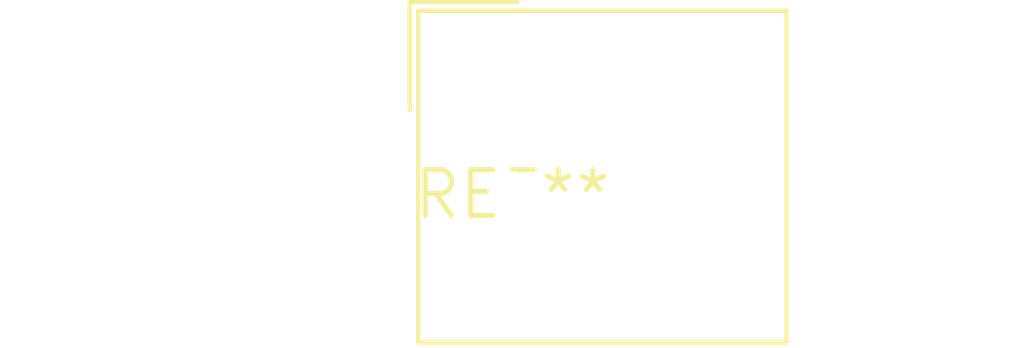
<source format=kicad_pcb>
(kicad_pcb (version 20240108) (generator pcbnew)
  (layers (0 "F.Cu" signal) (31 "B.Cu" signal) (34 "B.Paste" user) (35 "F.Paste" user) (36 "B.SilkS" user "B.Silkscreen") (37 "F.SilkS" user "F.Silkscreen") (38 "B.Mask" user) (39 "F.Mask" user) (44 "Edge.Cuts" user))
  (net 0 "")
  (footprint "Altech_AK100_1x02_P5.00mm" (layer "F.Cu") (at 0 0)
    (property "Reference" "REF**")
    (property "Value" "Altech_AK100_1x02_P5.00mm")
    (fp_line (start -2.85 -5.35) (end 0.15 -5.35) (layer "F.SilkS") (stroke (width 0.12)))
    (fp_line (start -2.85 -2.35) (end -2.85 -5.35) (layer "F.SilkS") (stroke (width 0.12)))
    (fp_line (start -2.61 -5.11) (end -2.61 4.11) (layer "F.SilkS") (stroke (width 0.12)))
    (fp_line (start -2.61 -5.11) (end 7.61 -5.11) (layer "F.SilkS") (stroke (width 0.12)))
    (fp_line (start -2.61 4.11) (end 7.61 4.11) (layer "F.SilkS") (stroke (width 0.12)))
    (fp_line (start 7.61 -5.11) (end 7.61 4.11) (layer "F.SilkS") (stroke (width 0.12)))
    (pad "1" thru_hole rect (at 0 0) (size 3 3) (drill 1.3) (layers *.Cu *.Mask) (remove_unused_layers))
    (pad "2" thru_hole circle (at 5 0) (size 3 3) (drill 1.3) (layers *.Cu *.Mask) (remove_unused_layers))
  )
)
</source>
